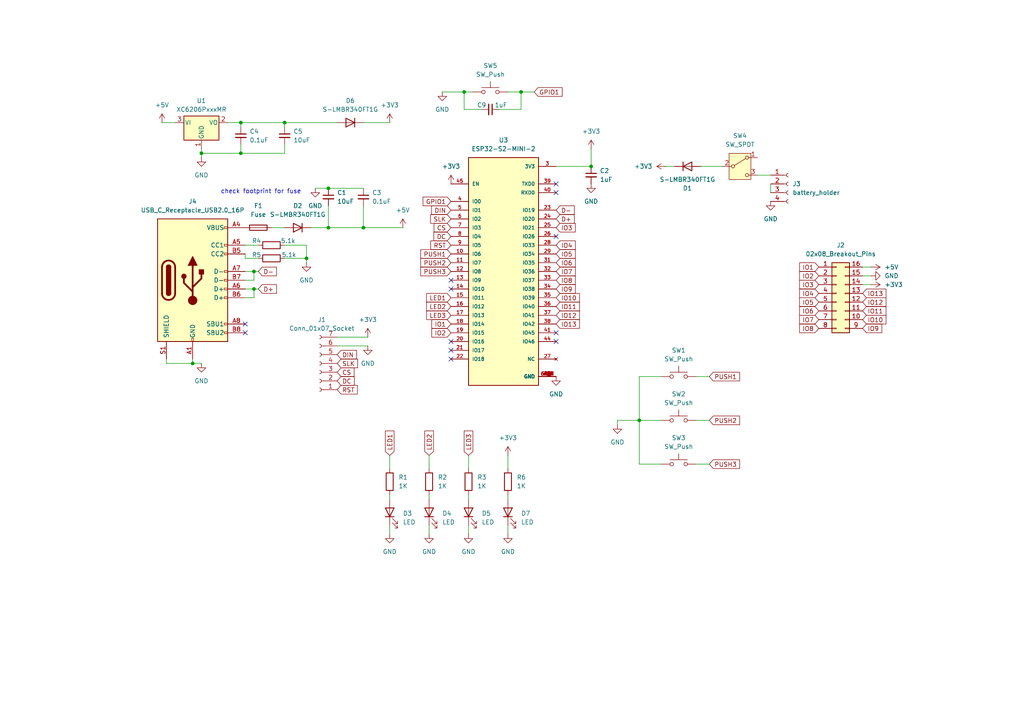
<source format=kicad_sch>
(kicad_sch (version 20231120) (generator "eeschema") (generator_version "8.0")
  (paper "A4")
  (lib_symbols
    (symbol "Connector:Conn_01x04_Socket" (pin_names (offset 1.016) hide)
      (property "Reference" "J" (at 0 5.08 0))
      (property "Value" "Conn_01x04_Socket" (at 0 -7.62 0))
      (symbol "Conn_01x04_Socket_1_1"
        (arc (start 0 -4.572) (mid -0.5058 -5.08) (end 0 -5.588) (stroke (width 0.1524)))
        (arc (start 0 -2.032) (mid -0.5058 -2.54) (end 0 -3.048) (stroke (width 0.1524)))
        (polyline (pts (xy -1.27 -5.08) (xy -0.508 -5.08)) (stroke (width 0.1524)))
        (polyline (pts (xy -1.27 -2.54) (xy -0.508 -2.54)) (stroke (width 0.1524)))
        (polyline (pts (xy -1.27 0) (xy -0.508 0)) (stroke (width 0.1524)))
        (polyline (pts (xy -1.27 2.54) (xy -0.508 2.54)) (stroke (width 0.1524)))
        (arc (start 0 0.508) (mid -0.5058 0) (end 0 -0.508) (stroke (width 0.1524)))
        (arc (start 0 3.048) (mid -0.5058 2.54) (end 0 2.032) (stroke (width 0.1524)))
        (pin passive line (at -5.08 2.54 0) (length 3.81) (name "Pin_1") (number "1"))
        (pin passive line (at -5.08 0 0) (length 3.81) (name "Pin_2") (number "2"))
        (pin passive line (at -5.08 -2.54 0) (length 3.81) (name "Pin_3") (number "3"))
        (pin passive line (at -5.08 -5.08 0) (length 3.81) (name "Pin_4") (number "4"))
      )
    )
    (symbol "Connector:Conn_01x07_Socket" (pin_names (offset 1.016) hide)
      (property "Reference" "J" (at 0 10.16 0))
      (property "Value" "Conn_01x07_Socket" (at 0 -10.16 0))
      (symbol "Conn_01x07_Socket_1_1"
        (arc (start 0 -7.112) (mid -0.5058 -7.62) (end 0 -8.128) (stroke (width 0.1524)))
        (arc (start 0 -4.572) (mid -0.5058 -5.08) (end 0 -5.588) (stroke (width 0.1524)))
        (arc (start 0 -2.032) (mid -0.5058 -2.54) (end 0 -3.048) (stroke (width 0.1524)))
        (polyline (pts (xy -1.27 -7.62) (xy -0.508 -7.62)) (stroke (width 0.1524)))
        (polyline (pts (xy -1.27 -5.08) (xy -0.508 -5.08)) (stroke (width 0.1524)))
        (polyline (pts (xy -1.27 -2.54) (xy -0.508 -2.54)) (stroke (width 0.1524)))
        (polyline (pts (xy -1.27 0) (xy -0.508 0)) (stroke (width 0.1524)))
        (polyline (pts (xy -1.27 2.54) (xy -0.508 2.54)) (stroke (width 0.1524)))
        (polyline (pts (xy -1.27 5.08) (xy -0.508 5.08)) (stroke (width 0.1524)))
        (polyline (pts (xy -1.27 7.62) (xy -0.508 7.62)) (stroke (width 0.1524)))
        (arc (start 0 0.508) (mid -0.5058 0) (end 0 -0.508) (stroke (width 0.1524)))
        (arc (start 0 3.048) (mid -0.5058 2.54) (end 0 2.032) (stroke (width 0.1524)))
        (arc (start 0 5.588) (mid -0.5058 5.08) (end 0 4.572) (stroke (width 0.1524)))
        (arc (start 0 8.128) (mid -0.5058 7.62) (end 0 7.112) (stroke (width 0.1524)))
        (pin passive line (at -5.08 7.62 0) (length 3.81) (name "Pin_1") (number "1"))
        (pin passive line (at -5.08 5.08 0) (length 3.81) (name "Pin_2") (number "2"))
        (pin passive line (at -5.08 2.54 0) (length 3.81) (name "Pin_3") (number "3"))
        (pin passive line (at -5.08 0 0) (length 3.81) (name "Pin_4") (number "4"))
        (pin passive line (at -5.08 -2.54 0) (length 3.81) (name "Pin_5") (number "5"))
        (pin passive line (at -5.08 -5.08 0) (length 3.81) (name "Pin_6") (number "6"))
        (pin passive line (at -5.08 -7.62 0) (length 3.81) (name "Pin_7") (number "7"))
      )
    )
    (symbol "Connector:USB_C_Receptacle_USB2.0_16P" (pin_names (offset 1.016))
      (property "Reference" "J" (at 0 22.225 0))
      (property "Value" "USB_C_Receptacle_USB2.0_16P" (at 0 19.685 0))
      (symbol "USB_C_Receptacle_USB2.0_16P_0_0"
        (rectangle (start -0.254 -17.78) (end 0.254 -16.764))
        (rectangle (start 10.16 -14.986) (end 9.144 -15.494))
        (rectangle (start 10.16 -12.446) (end 9.144 -12.954))
        (rectangle (start 10.16 -4.826) (end 9.144 -5.334))
        (rectangle (start 10.16 -2.286) (end 9.144 -2.794))
        (rectangle (start 10.16 0.254) (end 9.144 -0.254))
        (rectangle (start 10.16 2.794) (end 9.144 2.286))
        (rectangle (start 10.16 7.874) (end 9.144 7.366))
        (rectangle (start 10.16 10.414) (end 9.144 9.906))
        (rectangle (start 10.16 15.494) (end 9.144 14.986))
      )
      (symbol "USB_C_Receptacle_USB2.0_16P_0_1"
        (rectangle (start -10.16 17.78) (end 10.16 -17.78) (stroke (width 0.254)) (fill (type background)))
        (arc (start -8.89 -3.81) (mid -6.985 -5.7067) (end -5.08 -3.81) (stroke (width 0.508)))
        (arc (start -7.62 -3.81) (mid -6.985 -4.4423) (end -6.35 -3.81) (stroke (width 0.254)))
        (arc (start -7.62 -3.81) (mid -6.985 -4.4423) (end -6.35 -3.81) (stroke (width 0.254)) (fill (type outline)))
        (rectangle (start -7.62 -3.81) (end -6.35 3.81) (stroke (width 0.254)) (fill (type outline)))
        (arc (start -6.35 3.81) (mid -6.985 4.4423) (end -7.62 3.81) (stroke (width 0.254)))
        (arc (start -6.35 3.81) (mid -6.985 4.4423) (end -7.62 3.81) (stroke (width 0.254)) (fill (type outline)))
        (arc (start -5.08 3.81) (mid -6.985 5.7067) (end -8.89 3.81) (stroke (width 0.508)))
        (circle (center -2.54 1.143) (radius 0.635) (stroke (width 0.254)) (fill (type outline)))
        (circle (center 0 -5.842) (radius 1.27) (fill (type outline)))
        (polyline (pts (xy -8.89 -3.81) (xy -8.89 3.81)) (stroke (width 0.508)))
        (polyline (pts (xy -5.08 3.81) (xy -5.08 -3.81)) (stroke (width 0.508)))
        (polyline (pts (xy 0 -5.842) (xy 0 4.318)) (stroke (width 0.508)))
        (polyline (pts (xy 0 -3.302) (xy -2.54 -0.762) (xy -2.54 0.508)) (stroke (width 0.508)))
        (polyline (pts (xy 0 -2.032) (xy 2.54 0.508) (xy 2.54 1.778)) (stroke (width 0.508)))
        (polyline (pts (xy -1.27 4.318) (xy 0 6.858) (xy 1.27 4.318) (xy -1.27 4.318)) (stroke (width 0.254)) (fill (type outline)))
        (rectangle (start 1.905 1.778) (end 3.175 3.048) (stroke (width 0.254)) (fill (type outline)))
      )
      (symbol "USB_C_Receptacle_USB2.0_16P_1_1"
        (pin passive line (at 0 -22.86 90) (length 5.08) (name "GND") (number "A1"))
        (pin passive line (at 0 -22.86 90) (length 5.08) hide (name "GND") (number "A12"))
        (pin passive line (at 15.24 15.24 180) (length 5.08) (name "VBUS") (number "A4"))
        (pin bidirectional line (at 15.24 10.16 180) (length 5.08) (name "CC1") (number "A5"))
        (pin bidirectional line (at 15.24 -2.54 180) (length 5.08) (name "D+") (number "A6"))
        (pin bidirectional line (at 15.24 2.54 180) (length 5.08) (name "D-") (number "A7"))
        (pin bidirectional line (at 15.24 -12.7 180) (length 5.08) (name "SBU1") (number "A8"))
        (pin passive line (at 15.24 15.24 180) (length 5.08) hide (name "VBUS") (number "A9"))
        (pin passive line (at 0 -22.86 90) (length 5.08) hide (name "GND") (number "B1"))
        (pin passive line (at 0 -22.86 90) (length 5.08) hide (name "GND") (number "B12"))
        (pin passive line (at 15.24 15.24 180) (length 5.08) hide (name "VBUS") (number "B4"))
        (pin bidirectional line (at 15.24 7.62 180) (length 5.08) (name "CC2") (number "B5"))
        (pin bidirectional line (at 15.24 -5.08 180) (length 5.08) (name "D+") (number "B6"))
        (pin bidirectional line (at 15.24 0 180) (length 5.08) (name "D-") (number "B7"))
        (pin bidirectional line (at 15.24 -15.24 180) (length 5.08) (name "SBU2") (number "B8"))
        (pin passive line (at 15.24 15.24 180) (length 5.08) hide (name "VBUS") (number "B9"))
        (pin passive line (at -7.62 -22.86 90) (length 5.08) (name "SHIELD") (number "S1"))
      )
    )
    (symbol "Connector_Generic:Conn_02x08_Counter_Clockwise" (pin_names (offset 1.016) hide)
      (property "Reference" "J" (at 1.27 10.16 0))
      (property "Value" "Conn_02x08_Counter_Clockwise" (at 1.27 -12.7 0))
      (symbol "Conn_02x08_Counter_Clockwise_1_1"
        (rectangle (start -1.27 -10.033) (end 0 -10.287) (stroke (width 0.1524)))
        (rectangle (start -1.27 -7.493) (end 0 -7.747) (stroke (width 0.1524)))
        (rectangle (start -1.27 -4.953) (end 0 -5.207) (stroke (width 0.1524)))
        (rectangle (start -1.27 -2.413) (end 0 -2.667) (stroke (width 0.1524)))
        (rectangle (start -1.27 0.127) (end 0 -0.127) (stroke (width 0.1524)))
        (rectangle (start -1.27 2.667) (end 0 2.413) (stroke (width 0.1524)))
        (rectangle (start -1.27 5.207) (end 0 4.953) (stroke (width 0.1524)))
        (rectangle (start -1.27 7.747) (end 0 7.493) (stroke (width 0.1524)))
        (rectangle (start -1.27 8.89) (end 3.81 -11.43) (stroke (width 0.254)) (fill (type background)))
        (rectangle (start 3.81 -10.033) (end 2.54 -10.287) (stroke (width 0.1524)))
        (rectangle (start 3.81 -7.493) (end 2.54 -7.747) (stroke (width 0.1524)))
        (rectangle (start 3.81 -4.953) (end 2.54 -5.207) (stroke (width 0.1524)))
        (rectangle (start 3.81 -2.413) (end 2.54 -2.667) (stroke (width 0.1524)))
        (rectangle (start 3.81 0.127) (end 2.54 -0.127) (stroke (width 0.1524)))
        (rectangle (start 3.81 2.667) (end 2.54 2.413) (stroke (width 0.1524)))
        (rectangle (start 3.81 5.207) (end 2.54 4.953) (stroke (width 0.1524)))
        (rectangle (start 3.81 7.747) (end 2.54 7.493) (stroke (width 0.1524)))
        (pin passive line (at -5.08 7.62 0) (length 3.81) (name "Pin_1") (number "1"))
        (pin passive line (at 7.62 -7.62 180) (length 3.81) (name "Pin_10") (number "10"))
        (pin passive line (at 7.62 -5.08 180) (length 3.81) (name "Pin_11") (number "11"))
        (pin passive line (at 7.62 -2.54 180) (length 3.81) (name "Pin_12") (number "12"))
        (pin passive line (at 7.62 0 180) (length 3.81) (name "Pin_13") (number "13"))
        (pin passive line (at 7.62 2.54 180) (length 3.81) (name "Pin_14") (number "14"))
        (pin passive line (at 7.62 5.08 180) (length 3.81) (name "Pin_15") (number "15"))
        (pin passive line (at 7.62 7.62 180) (length 3.81) (name "Pin_16") (number "16"))
        (pin passive line (at -5.08 5.08 0) (length 3.81) (name "Pin_2") (number "2"))
        (pin passive line (at -5.08 2.54 0) (length 3.81) (name "Pin_3") (number "3"))
        (pin passive line (at -5.08 0 0) (length 3.81) (name "Pin_4") (number "4"))
        (pin passive line (at -5.08 -2.54 0) (length 3.81) (name "Pin_5") (number "5"))
        (pin passive line (at -5.08 -5.08 0) (length 3.81) (name "Pin_6") (number "6"))
        (pin passive line (at -5.08 -7.62 0) (length 3.81) (name "Pin_7") (number "7"))
        (pin passive line (at -5.08 -10.16 0) (length 3.81) (name "Pin_8") (number "8"))
        (pin passive line (at 7.62 -10.16 180) (length 3.81) (name "Pin_9") (number "9"))
      )
    )
    (symbol "Device:C_Small" (pin_numbers hide) (pin_names (offset 0.254) hide)
      (property "Reference" "C" (at 0.254 1.778 0))
      (property "Value" "C_Small" (at 0.254 -2.032 0))
      (symbol "C_Small_0_1"
        (polyline (pts (xy -1.524 -0.508) (xy 1.524 -0.508)) (stroke (width 0.3302)))
        (polyline (pts (xy -1.524 0.508) (xy 1.524 0.508)) (stroke (width 0.3048)))
      )
      (symbol "C_Small_1_1"
        (pin passive line (at 0 2.54 270) (length 2.032) (name "~") (number "1"))
        (pin passive line (at 0 -2.54 90) (length 2.032) (name "~") (number "2"))
      )
    )
    (symbol "Device:D" (pin_numbers hide) (pin_names (offset 1.016) hide)
      (property "Reference" "D" (at 0 2.54 0))
      (property "Value" "D" (at 0 -2.54 0))
      (symbol "D_0_1"
        (polyline (pts (xy -1.27 1.27) (xy -1.27 -1.27)) (stroke (width 0.254)))
        (polyline (pts (xy 1.27 0) (xy -1.27 0)))
        (polyline (pts (xy 1.27 1.27) (xy 1.27 -1.27) (xy -1.27 0) (xy 1.27 1.27)) (stroke (width 0.254)))
      )
      (symbol "D_1_1"
        (pin passive line (at -3.81 0 0) (length 2.54) (name "K") (number "1"))
        (pin passive line (at 3.81 0 180) (length 2.54) (name "A") (number "2"))
      )
    )
    (symbol "Device:Fuse" (pin_numbers hide) (pin_names (offset 0))
      (property "Reference" "F" (at 2.032 0 90))
      (property "Value" "Fuse" (at -1.905 0 90))
      (symbol "Fuse_0_1"
        (rectangle (start -0.762 -2.54) (end 0.762 2.54) (stroke (width 0.254)))
        (polyline (pts (xy 0 2.54) (xy 0 -2.54)))
      )
      (symbol "Fuse_1_1"
        (pin passive line (at 0 3.81 270) (length 1.27) (name "~") (number "1"))
        (pin passive line (at 0 -3.81 90) (length 1.27) (name "~") (number "2"))
      )
    )
    (symbol "Device:LED" (pin_numbers hide) (pin_names (offset 1.016) hide)
      (property "Reference" "D" (at 0 2.54 0))
      (property "Value" "LED" (at 0 -2.54 0))
      (symbol "LED_0_1"
        (polyline (pts (xy -1.27 -1.27) (xy -1.27 1.27)) (stroke (width 0.254)))
        (polyline (pts (xy -1.27 0) (xy 1.27 0)))
        (polyline (pts (xy 1.27 -1.27) (xy 1.27 1.27) (xy -1.27 0) (xy 1.27 -1.27)) (stroke (width 0.254)))
        (polyline (pts (xy -3.048 -0.762) (xy -4.572 -2.286) (xy -3.81 -2.286) (xy -4.572 -2.286) (xy -4.572 -1.524)))
        (polyline (pts (xy -1.778 -0.762) (xy -3.302 -2.286) (xy -2.54 -2.286) (xy -3.302 -2.286) (xy -3.302 -1.524)))
      )
      (symbol "LED_1_1"
        (pin passive line (at -3.81 0 0) (length 2.54) (name "K") (number "1"))
        (pin passive line (at 3.81 0 180) (length 2.54) (name "A") (number "2"))
      )
    )
    (symbol "Device:R" (pin_numbers hide) (pin_names (offset 0))
      (property "Reference" "R" (at 2.032 0 90))
      (property "Value" "R" (at 0 0 90))
      (symbol "R_0_1"
        (rectangle (start -1.016 -2.54) (end 1.016 2.54) (stroke (width 0.254)))
      )
      (symbol "R_1_1"
        (pin passive line (at 0 3.81 270) (length 1.27) (name "~") (number "1"))
        (pin passive line (at 0 -3.81 90) (length 1.27) (name "~") (number "2"))
      )
    )
    (symbol "ESP32-S2-MINI-1:ESP32-S2-MINI-1" (pin_names (offset 1.016))
      (property "Reference" "U" (at -10.16 33.909 0))
      (property "Value" "ESP32-S2-MINI-1" (at -10.16 -35.56 0))
      (symbol "ESP32-S2-MINI-1_0_0"
        (rectangle (start -10.16 -33.02) (end 10.16 33.02) (stroke (width 0.254)) (fill (type background)))
        (pin power_in line (at 15.24 -30.48 180) (length 5.08) (name "GND") (number "1"))
        (pin bidirectional line (at -15.24 5.08 0) (length 5.08) (name "IO6") (number "10"))
        (pin bidirectional line (at -15.24 2.54 0) (length 5.08) (name "IO7") (number "11"))
        (pin bidirectional line (at -15.24 0 0) (length 5.08) (name "IO8") (number "12"))
        (pin bidirectional line (at -15.24 -2.54 0) (length 5.08) (name "IO9") (number "13"))
        (pin bidirectional line (at -15.24 -5.08 0) (length 5.08) (name "IO10") (number "14"))
        (pin bidirectional line (at -15.24 -7.62 0) (length 5.08) (name "IO11") (number "15"))
        (pin bidirectional line (at -15.24 -10.16 0) (length 5.08) (name "IO12") (number "16"))
        (pin bidirectional line (at -15.24 -12.7 0) (length 5.08) (name "IO13") (number "17"))
        (pin bidirectional line (at -15.24 -15.24 0) (length 5.08) (name "IO14") (number "18"))
        (pin bidirectional line (at -15.24 -17.78 0) (length 5.08) (name "IO15") (number "19"))
        (pin power_in line (at 15.24 -30.48 180) (length 5.08) (name "GND") (number "2"))
        (pin bidirectional line (at -15.24 -20.32 0) (length 5.08) (name "IO16") (number "20"))
        (pin bidirectional line (at -15.24 -22.86 0) (length 5.08) (name "IO17") (number "21"))
        (pin bidirectional line (at -15.24 -25.4 0) (length 5.08) (name "IO18") (number "22"))
        (pin bidirectional line (at 15.24 17.78 180) (length 5.08) (name "IO19") (number "23"))
        (pin bidirectional line (at 15.24 15.24 180) (length 5.08) (name "IO20") (number "24"))
        (pin bidirectional line (at 15.24 12.7 180) (length 5.08) (name "IO21") (number "25"))
        (pin bidirectional line (at 15.24 10.16 180) (length 5.08) (name "IO26") (number "26"))
        (pin no_connect line (at 15.24 -25.4 180) (length 5.08) (name "NC") (number "27"))
        (pin bidirectional line (at 15.24 7.62 180) (length 5.08) (name "IO33") (number "28"))
        (pin bidirectional line (at 15.24 5.08 180) (length 5.08) (name "IO34") (number "29"))
        (pin power_in line (at 15.24 30.48 180) (length 5.08) (name "3V3") (number "3"))
        (pin power_in line (at 15.24 -30.48 180) (length 5.08) (name "GND") (number "30"))
        (pin bidirectional line (at 15.24 2.54 180) (length 5.08) (name "IO35") (number "31"))
        (pin bidirectional line (at 15.24 0 180) (length 5.08) (name "IO36") (number "32"))
        (pin bidirectional line (at 15.24 -2.54 180) (length 5.08) (name "IO37") (number "33"))
        (pin bidirectional line (at 15.24 -5.08 180) (length 5.08) (name "IO38") (number "34"))
        (pin bidirectional line (at 15.24 -7.62 180) (length 5.08) (name "IO39") (number "35"))
        (pin bidirectional line (at 15.24 -10.16 180) (length 5.08) (name "IO40") (number "36"))
        (pin bidirectional line (at 15.24 -12.7 180) (length 5.08) (name "IO41") (number "37"))
        (pin bidirectional line (at 15.24 -15.24 180) (length 5.08) (name "IO42") (number "38"))
        (pin bidirectional line (at 15.24 25.4 180) (length 5.08) (name "TXD0") (number "39"))
        (pin bidirectional line (at -15.24 20.32 0) (length 5.08) (name "IO0") (number "4"))
        (pin bidirectional line (at 15.24 22.86 180) (length 5.08) (name "RXD0") (number "40"))
        (pin bidirectional line (at 15.24 -17.78 180) (length 5.08) (name "IO45") (number "41"))
        (pin power_in line (at 15.24 -30.48 180) (length 5.08) (name "GND") (number "42"))
        (pin power_in line (at 15.24 -30.48 180) (length 5.08) (name "GND") (number "43"))
        (pin input line (at 15.24 -20.32 180) (length 5.08) (name "IO46") (number "44"))
        (pin input line (at -15.24 25.4 0) (length 5.08) (name "EN") (number "45"))
        (pin power_in line (at 15.24 -30.48 180) (length 5.08) (name "GND") (number "46"))
        (pin power_in line (at 15.24 -30.48 180) (length 5.08) (name "GND") (number "47"))
        (pin power_in line (at 15.24 -30.48 180) (length 5.08) (name "GND") (number "48"))
        (pin power_in line (at 15.24 -30.48 180) (length 5.08) (name "GND") (number "49"))
        (pin bidirectional line (at -15.24 17.78 0) (length 5.08) (name "IO1") (number "5"))
        (pin power_in line (at 15.24 -30.48 180) (length 5.08) (name "GND") (number "50"))
        (pin power_in line (at 15.24 -30.48 180) (length 5.08) (name "GND") (number "51"))
        (pin power_in line (at 15.24 -30.48 180) (length 5.08) (name "GND") (number "52"))
        (pin power_in line (at 15.24 -30.48 180) (length 5.08) (name "GND") (number "53"))
        (pin power_in line (at 15.24 -30.48 180) (length 5.08) (name "GND") (number "54"))
        (pin power_in line (at 15.24 -30.48 180) (length 5.08) (name "GND") (number "55"))
        (pin power_in line (at 15.24 -30.48 180) (length 5.08) (name "GND") (number "56"))
        (pin power_in line (at 15.24 -30.48 180) (length 5.08) (name "GND") (number "57"))
        (pin power_in line (at 15.24 -30.48 180) (length 5.08) (name "GND") (number "58"))
        (pin power_in line (at 15.24 -30.48 180) (length 5.08) (name "GND") (number "59"))
        (pin bidirectional line (at -15.24 15.24 0) (length 5.08) (name "IO2") (number "6"))
        (pin power_in line (at 15.24 -30.48 180) (length 5.08) (name "GND") (number "60"))
        (pin power_in line (at 15.24 -30.48 180) (length 5.08) (name "GND") (number "61"))
        (pin power_in line (at 15.24 -30.48 180) (length 5.08) (name "GND") (number "61_1"))
        (pin power_in line (at 15.24 -30.48 180) (length 5.08) (name "GND") (number "61_2"))
        (pin power_in line (at 15.24 -30.48 180) (length 5.08) (name "GND") (number "61_3"))
        (pin power_in line (at 15.24 -30.48 180) (length 5.08) (name "GND") (number "61_4"))
        (pin power_in line (at 15.24 -30.48 180) (length 5.08) (name "GND") (number "61_5"))
        (pin power_in line (at 15.24 -30.48 180) (length 5.08) (name "GND") (number "61_6"))
        (pin power_in line (at 15.24 -30.48 180) (length 5.08) (name "GND") (number "61_7"))
        (pin power_in line (at 15.24 -30.48 180) (length 5.08) (name "GND") (number "61_8"))
        (pin power_in line (at 15.24 -30.48 180) (length 5.08) (name "GND") (number "62"))
        (pin power_in line (at 15.24 -30.48 180) (length 5.08) (name "GND") (number "63"))
        (pin power_in line (at 15.24 -30.48 180) (length 5.08) (name "GND") (number "64"))
        (pin power_in line (at 15.24 -30.48 180) (length 5.08) (name "GND") (number "65"))
        (pin bidirectional line (at -15.24 12.7 0) (length 5.08) (name "IO3") (number "7"))
        (pin bidirectional line (at -15.24 10.16 0) (length 5.08) (name "IO4") (number "8"))
        (pin bidirectional line (at -15.24 7.62 0) (length 5.08) (name "IO5") (number "9"))
      )
    )
    (symbol "Regulator_Linear:XC6206PxxxMR" (pin_names (offset 0.254))
      (property "Reference" "U" (at -3.81 3.175 0))
      (property "Value" "XC6206PxxxMR" (at 0 3.175 0))
      (symbol "XC6206PxxxMR_0_1"
        (rectangle (start -5.08 1.905) (end 5.08 -5.08) (stroke (width 0.254)) (fill (type background)))
      )
      (symbol "XC6206PxxxMR_1_1"
        (pin power_in line (at 0 -7.62 90) (length 2.54) (name "GND") (number "1"))
        (pin power_out line (at 7.62 0 180) (length 2.54) (name "VO") (number "2"))
        (pin power_in line (at -7.62 0 0) (length 2.54) (name "VI") (number "3"))
      )
    )
    (symbol "Switch:SW_Push" (pin_numbers hide) (pin_names (offset 1.016) hide)
      (property "Reference" "SW" (at 1.27 2.54 0))
      (property "Value" "SW_Push" (at 0 -1.524 0))
      (symbol "SW_Push_0_1"
        (circle (center -2.032 0) (radius 0.508))
        (polyline (pts (xy 0 1.27) (xy 0 3.048)))
        (polyline (pts (xy 2.54 1.27) (xy -2.54 1.27)))
        (circle (center 2.032 0) (radius 0.508))
        (pin passive line (at -5.08 0 0) (length 2.54) (name "1") (number "1"))
        (pin passive line (at 5.08 0 180) (length 2.54) (name "2") (number "2"))
      )
    )
    (symbol "Switch:SW_SPDT" (pin_names (offset 0) hide)
      (property "Reference" "SW" (at 0 5.08 0))
      (property "Value" "SW_SPDT" (at 0 -5.08 0))
      (symbol "SW_SPDT_0_1"
        (circle (center -2.032 0) (radius 0.4572))
        (polyline (pts (xy -1.651 0.254) (xy 1.651 2.286)))
        (circle (center 2.032 -2.54) (radius 0.4572))
        (circle (center 2.032 2.54) (radius 0.4572))
      )
      (symbol "SW_SPDT_1_1"
        (rectangle (start -3.175 3.81) (end 3.175 -3.81) (fill (type background)))
        (pin passive line (at 5.08 2.54 180) (length 2.54) (name "A") (number "1"))
        (pin passive line (at -5.08 0 0) (length 2.54) (name "B") (number "2"))
        (pin passive line (at 5.08 -2.54 180) (length 2.54) (name "C") (number "3"))
      )
    )
    (symbol "power:+3V3" (power) (pin_numbers hide) (pin_names (offset 0) hide)
      (property "Value" "+3V3" (at 0 3.556 0))
      (symbol "+3V3_0_1"
        (polyline (pts (xy -0.762 1.27) (xy 0 2.54)))
        (polyline (pts (xy 0 0) (xy 0 2.54)))
        (polyline (pts (xy 0 2.54) (xy 0.762 1.27)))
      )
      (symbol "+3V3_1_1"
        (pin power_in line (at 0 0 90) (length 0) (name "~") (number "1"))
      )
    )
    (symbol "power:+5V" (power) (pin_numbers hide) (pin_names (offset 0) hide)
      (property "Value" "+5V" (at 0 3.556 0))
      (symbol "+5V_0_1"
        (polyline (pts (xy -0.762 1.27) (xy 0 2.54)))
        (polyline (pts (xy 0 0) (xy 0 2.54)))
        (polyline (pts (xy 0 2.54) (xy 0.762 1.27)))
      )
      (symbol "+5V_1_1"
        (pin power_in line (at 0 0 90) (length 0) (name "~") (number "1"))
      )
    )
    (symbol "power:GND" (power) (pin_numbers hide) (pin_names (offset 0) hide)
      (property "Value" "GND" (at 0 -3.81 0))
      (symbol "GND_0_1"
        (polyline (pts (xy 0 0) (xy 0 -1.27) (xy 1.27 -1.27) (xy 0 -2.54) (xy -1.27 -1.27) (xy 0 -1.27)))
      )
      (symbol "GND_1_1"
        (pin power_in line (at 0 0 270) (length 0) (name "~") (number "1"))
      )
    )
  )
  (junction (at 88.9 74.93))
  (junction (at 95.25 66.04))
  (junction (at 69.85 44.45))
  (junction (at 55.88 105.41))
  (junction (at 73.66 83.82))
  (junction (at 134.62 26.67))
  (junction (at 185.42 121.92))
  (junction (at 151.13 26.67))
  (junction (at 73.66 78.74))
  (junction (at 69.85 35.56))
  (junction (at 95.25 54.61))
  (junction (at 105.41 66.04))
  (junction (at 82.55 35.56))
  (junction (at 58.42 44.45))
  (junction (at 171.45 48.26))
  (no_connect (at 161.29 53.34))
  (no_connect (at 130.81 83.82))
  (no_connect (at 130.81 101.6))
  (no_connect (at 71.12 93.98))
  (no_connect (at 161.29 96.52))
  (no_connect (at 71.12 96.52))
  (no_connect (at 161.29 99.06))
  (no_connect (at 161.29 55.88))
  (no_connect (at 130.81 81.28))
  (no_connect (at 130.81 104.14))
  (no_connect (at 161.29 68.58))
  (no_connect (at 130.81 99.06))
  (wire (pts (xy 58.42 44.45) (xy 58.42 43.18)))
  (wire (pts (xy 71.12 81.28) (xy 73.66 81.28)))
  (wire (pts (xy 82.55 74.93) (xy 88.9 74.93)))
  (wire (pts (xy 128.27 26.67) (xy 134.62 26.67)))
  (wire (pts (xy 95.25 66.04) (xy 95.25 59.69)))
  (wire (pts (xy 185.42 134.62) (xy 191.77 134.62)))
  (wire (pts (xy 105.41 66.04) (xy 116.84 66.04)))
  (wire (pts (xy 97.79 100.33) (xy 106.68 100.33)))
  (wire (pts (xy 71.12 71.12) (xy 74.93 71.12)))
  (wire (pts (xy 82.55 44.45) (xy 82.55 41.91)))
  (wire (pts (xy 134.62 26.67) (xy 137.16 26.67)))
  (wire (pts (xy 250.19 82.55) (xy 252.73 82.55)))
  (wire (pts (xy 58.42 45.72) (xy 58.42 44.45)))
  (wire (pts (xy 97.79 97.79) (xy 106.68 97.79)))
  (wire (pts (xy 185.42 109.22) (xy 191.77 109.22)))
  (wire (pts (xy 90.17 66.04) (xy 95.25 66.04)))
  (wire (pts (xy 71.12 74.93) (xy 74.93 74.93)))
  (wire (pts (xy 73.66 78.74) (xy 74.93 78.74)))
  (wire (pts (xy 48.26 104.14) (xy 48.26 105.41)))
  (wire (pts (xy 55.88 104.14) (xy 55.88 105.41)))
  (wire (pts (xy 69.85 35.56) (xy 82.55 35.56)))
  (wire (pts (xy 88.9 76.2) (xy 88.9 74.93)))
  (wire (pts (xy 113.03 132.08) (xy 113.03 135.89)))
  (wire (pts (xy 82.55 36.83) (xy 82.55 35.56)))
  (wire (pts (xy 179.07 121.92) (xy 179.07 123.19)))
  (wire (pts (xy 73.66 86.36) (xy 73.66 83.82)))
  (wire (pts (xy 250.19 80.01) (xy 252.73 80.01)))
  (wire (pts (xy 91.44 54.61) (xy 95.25 54.61)))
  (wire (pts (xy 201.93 121.92) (xy 205.74 121.92)))
  (wire (pts (xy 135.89 143.51) (xy 135.89 144.78)))
  (wire (pts (xy 82.55 71.12) (xy 88.9 71.12)))
  (wire (pts (xy 219.71 50.8) (xy 223.52 50.8)))
  (wire (pts (xy 55.88 105.41) (xy 58.42 105.41)))
  (wire (pts (xy 144.78 31.75) (xy 151.13 31.75)))
  (wire (pts (xy 46.99 35.56) (xy 50.8 35.56)))
  (wire (pts (xy 71.12 83.82) (xy 73.66 83.82)))
  (wire (pts (xy 185.42 109.22) (xy 185.42 121.92)))
  (wire (pts (xy 69.85 36.83) (xy 69.85 35.56)))
  (wire (pts (xy 185.42 121.92) (xy 185.42 134.62)))
  (wire (pts (xy 73.66 83.82) (xy 74.93 83.82)))
  (wire (pts (xy 151.13 26.67) (xy 154.94 26.67)))
  (wire (pts (xy 82.55 35.56) (xy 97.79 35.56)))
  (wire (pts (xy 193.04 48.26) (xy 195.58 48.26)))
  (wire (pts (xy 69.85 44.45) (xy 82.55 44.45)))
  (wire (pts (xy 179.07 121.92) (xy 185.42 121.92)))
  (wire (pts (xy 113.03 143.51) (xy 113.03 144.78)))
  (wire (pts (xy 124.46 143.51) (xy 124.46 144.78)))
  (wire (pts (xy 223.52 53.34) (xy 223.52 55.88)))
  (wire (pts (xy 105.41 35.56) (xy 113.03 35.56)))
  (wire (pts (xy 134.62 26.67) (xy 134.62 31.75)))
  (wire (pts (xy 113.03 152.4) (xy 113.03 154.94)))
  (wire (pts (xy 147.32 132.08) (xy 147.32 135.89)))
  (wire (pts (xy 161.29 48.26) (xy 171.45 48.26)))
  (wire (pts (xy 124.46 132.08) (xy 124.46 135.89)))
  (wire (pts (xy 151.13 31.75) (xy 151.13 26.67)))
  (wire (pts (xy 124.46 152.4) (xy 124.46 154.94)))
  (wire (pts (xy 88.9 71.12) (xy 88.9 74.93)))
  (wire (pts (xy 73.66 81.28) (xy 73.66 78.74)))
  (wire (pts (xy 171.45 43.18) (xy 171.45 48.26)))
  (wire (pts (xy 147.32 152.4) (xy 147.32 154.94)))
  (wire (pts (xy 135.89 132.08) (xy 135.89 135.89)))
  (wire (pts (xy 69.85 44.45) (xy 69.85 41.91)))
  (wire (pts (xy 203.2 48.26) (xy 209.55 48.26)))
  (wire (pts (xy 147.32 143.51) (xy 147.32 144.78)))
  (wire (pts (xy 95.25 66.04) (xy 105.41 66.04)))
  (wire (pts (xy 58.42 44.45) (xy 69.85 44.45)))
  (wire (pts (xy 66.04 35.56) (xy 69.85 35.56)))
  (wire (pts (xy 135.89 152.4) (xy 135.89 154.94)))
  (wire (pts (xy 95.25 54.61) (xy 105.41 54.61)))
  (wire (pts (xy 71.12 86.36) (xy 73.66 86.36)))
  (wire (pts (xy 134.62 31.75) (xy 139.7 31.75)))
  (wire (pts (xy 105.41 66.04) (xy 105.41 59.69)))
  (wire (pts (xy 71.12 74.93) (xy 71.12 73.66)))
  (wire (pts (xy 147.32 26.67) (xy 151.13 26.67)))
  (wire (pts (xy 71.12 78.74) (xy 73.66 78.74)))
  (wire (pts (xy 201.93 134.62) (xy 205.74 134.62)))
  (wire (pts (xy 78.74 66.04) (xy 82.55 66.04)))
  (wire (pts (xy 252.73 77.47) (xy 250.19 77.47)))
  (wire (pts (xy 185.42 121.92) (xy 191.77 121.92)))
  (wire (pts (xy 48.26 105.41) (xy 55.88 105.41)))
  (wire (pts (xy 201.93 109.22) (xy 205.74 109.22)))
  (text "check footprint for fuse" (at 75.692 55.626 0) (effects (font (size 1.27 1.27))))
  (global_label "PUSH2" (shape input) (at 130.81 76.2 180) (property "Intersheetrefs" "${INTERSHEET_REFS}" (effects (hide yes))))
  (global_label "IO1" (shape input) (at 130.81 93.98 180) (property "Intersheetrefs" "${INTERSHEET_REFS}" (effects (hide yes))))
  (global_label "IO2" (shape input) (at 130.81 96.52 180) (property "Intersheetrefs" "${INTERSHEET_REFS}" (effects (hide yes))))
  (global_label "DC" (shape input) (at 130.81 68.58 180) (property "Intersheetrefs" "${INTERSHEET_REFS}" (effects (hide yes))))
  (global_label "IO6" (shape input) (at 237.49 90.17 180) (property "Intersheetrefs" "${INTERSHEET_REFS}" (effects (hide yes))))
  (global_label "PUSH1" (shape input) (at 130.81 73.66 180) (property "Intersheetrefs" "${INTERSHEET_REFS}" (effects (hide yes))))
  (global_label "LED2" (shape input) (at 124.46 132.08 90) (property "Intersheetrefs" "${INTERSHEET_REFS}" (effects (hide yes))))
  (global_label "LED1" (shape input) (at 113.03 132.08 90) (property "Intersheetrefs" "${INTERSHEET_REFS}" (effects (hide yes))))
  (global_label "D-" (shape input) (at 161.29 60.96 0) (property "Intersheetrefs" "${INTERSHEET_REFS}" (effects (hide yes))))
  (global_label "PUSH3" (shape input) (at 205.74 134.62 0) (property "Intersheetrefs" "${INTERSHEET_REFS}" (effects (hide yes))))
  (global_label "D+" (shape input) (at 161.29 63.5 0) (property "Intersheetrefs" "${INTERSHEET_REFS}" (effects (hide yes))))
  (global_label "IO13" (shape input) (at 250.19 85.09 0) (property "Intersheetrefs" "${INTERSHEET_REFS}" (effects (hide yes))))
  (global_label "LED1" (shape input) (at 130.81 86.36 180) (property "Intersheetrefs" "${INTERSHEET_REFS}" (effects (hide yes))))
  (global_label "PUSH1" (shape input) (at 205.74 109.22 0) (property "Intersheetrefs" "${INTERSHEET_REFS}" (effects (hide yes))))
  (global_label "IO4" (shape input) (at 161.29 71.12 0) (property "Intersheetrefs" "${INTERSHEET_REFS}" (effects (hide yes))))
  (global_label "IO11" (shape input) (at 161.29 88.9 0) (property "Intersheetrefs" "${INTERSHEET_REFS}" (effects (hide yes))))
  (global_label "SLK" (shape input) (at 130.81 63.5 180) (property "Intersheetrefs" "${INTERSHEET_REFS}" (effects (hide yes))))
  (global_label "IO8" (shape input) (at 237.49 95.25 180) (property "Intersheetrefs" "${INTERSHEET_REFS}" (effects (hide yes))))
  (global_label "RST" (shape input) (at 130.81 71.12 180) (property "Intersheetrefs" "${INTERSHEET_REFS}" (effects (hide yes))))
  (global_label "IO2" (shape input) (at 237.49 80.01 180) (property "Intersheetrefs" "${INTERSHEET_REFS}" (effects (hide yes))))
  (global_label "LED2" (shape input) (at 130.81 88.9 180) (property "Intersheetrefs" "${INTERSHEET_REFS}" (effects (hide yes))))
  (global_label "CS" (shape input) (at 97.79 107.95 0) (property "Intersheetrefs" "${INTERSHEET_REFS}" (effects (hide yes))))
  (global_label "IO3" (shape input) (at 237.49 82.55 180) (property "Intersheetrefs" "${INTERSHEET_REFS}" (effects (hide yes))))
  (global_label "CS" (shape input) (at 130.81 66.04 180) (property "Intersheetrefs" "${INTERSHEET_REFS}" (effects (hide yes))))
  (global_label "IO5" (shape input) (at 161.29 73.66 0) (property "Intersheetrefs" "${INTERSHEET_REFS}" (effects (hide yes))))
  (global_label "IO13" (shape input) (at 161.29 93.98 0) (property "Intersheetrefs" "${INTERSHEET_REFS}" (effects (hide yes))))
  (global_label "D+" (shape input) (at 74.93 83.82 0) (property "Intersheetrefs" "${INTERSHEET_REFS}" (effects (hide yes))))
  (global_label "IO7" (shape input) (at 161.29 78.74 0) (property "Intersheetrefs" "${INTERSHEET_REFS}" (effects (hide yes))))
  (global_label "LED3" (shape input) (at 130.81 91.44 180) (property "Intersheetrefs" "${INTERSHEET_REFS}" (effects (hide yes))))
  (global_label "IO4" (shape input) (at 237.49 85.09 180) (property "Intersheetrefs" "${INTERSHEET_REFS}" (effects (hide yes))))
  (global_label "IO11" (shape input) (at 250.19 90.17 0) (property "Intersheetrefs" "${INTERSHEET_REFS}" (effects (hide yes))))
  (global_label "IO12" (shape input) (at 250.19 87.63 0) (property "Intersheetrefs" "${INTERSHEET_REFS}" (effects (hide yes))))
  (global_label "PUSH2" (shape input) (at 205.74 121.92 0) (property "Intersheetrefs" "${INTERSHEET_REFS}" (effects (hide yes))))
  (global_label "GPIO1" (shape input) (at 130.81 58.42 180) (property "Intersheetrefs" "${INTERSHEET_REFS}" (effects (hide yes))))
  (global_label "PUSH3" (shape input) (at 130.81 78.74 180) (property "Intersheetrefs" "${INTERSHEET_REFS}" (effects (hide yes))))
  (global_label "LED3" (shape input) (at 135.89 132.08 90) (property "Intersheetrefs" "${INTERSHEET_REFS}" (effects (hide yes))))
  (global_label "RST" (shape input) (at 97.79 113.03 0) (property "Intersheetrefs" "${INTERSHEET_REFS}" (effects (hide yes))))
  (global_label "DC" (shape input) (at 97.79 110.49 0) (property "Intersheetrefs" "${INTERSHEET_REFS}" (effects (hide yes))))
  (global_label "IO8" (shape input) (at 161.29 81.28 0) (property "Intersheetrefs" "${INTERSHEET_REFS}" (effects (hide yes))))
  (global_label "IO9" (shape input) (at 250.19 95.25 0) (property "Intersheetrefs" "${INTERSHEET_REFS}" (effects (hide yes))))
  (global_label "GPIO1" (shape input) (at 154.94 26.67 0) (property "Intersheetrefs" "${INTERSHEET_REFS}" (effects (hide yes))))
  (global_label "IO5" (shape input) (at 237.49 87.63 180) (property "Intersheetrefs" "${INTERSHEET_REFS}" (effects (hide yes))))
  (global_label "IO10" (shape input) (at 250.19 92.71 0) (property "Intersheetrefs" "${INTERSHEET_REFS}" (effects (hide yes))))
  (global_label "IO10" (shape input) (at 161.29 86.36 0) (property "Intersheetrefs" "${INTERSHEET_REFS}" (effects (hide yes))))
  (global_label "IO12" (shape input) (at 161.29 91.44 0) (property "Intersheetrefs" "${INTERSHEET_REFS}" (effects (hide yes))))
  (global_label "D-" (shape input) (at 74.93 78.74 0) (property "Intersheetrefs" "${INTERSHEET_REFS}" (effects (hide yes))))
  (global_label "SLK" (shape input) (at 97.79 105.41 0) (property "Intersheetrefs" "${INTERSHEET_REFS}" (effects (hide yes))))
  (global_label "IO9" (shape input) (at 161.29 83.82 0) (property "Intersheetrefs" "${INTERSHEET_REFS}" (effects (hide yes))))
  (global_label "DIN" (shape input) (at 97.79 102.87 0) (property "Intersheetrefs" "${INTERSHEET_REFS}" (effects (hide yes))))
  (global_label "IO3" (shape input) (at 161.29 66.04 0) (property "Intersheetrefs" "${INTERSHEET_REFS}" (effects (hide yes))))
  (global_label "IO1" (shape input) (at 237.49 77.47 180) (property "Intersheetrefs" "${INTERSHEET_REFS}" (effects (hide yes))))
  (global_label "IO7" (shape input) (at 237.49 92.71 180) (property "Intersheetrefs" "${INTERSHEET_REFS}" (effects (hide yes))))
  (global_label "DIN" (shape input) (at 130.81 60.96 180) (property "Intersheetrefs" "${INTERSHEET_REFS}" (effects (hide yes))))
  (global_label "IO6" (shape input) (at 161.29 76.2 0) (property "Intersheetrefs" "${INTERSHEET_REFS}" (effects (hide yes))))
  (symbol (lib_id "Device:LED") (at 135.89 148.59 90) (unit 1)
    (property "Reference" "D5" (at 139.7 148.9074 90) (effects (justify right)))
    (property "Value" "LED" (at 139.7 151.4474 90) (effects (justify right)))
    (property "Footprint" "LED_SMD:LED_0805_2012Metric" (effects (hide yes)))
    (property "Description" "Light emitting diode" (effects (hide yes)))
  )
  (symbol (lib_id "power:+3V3") (at 252.73 82.55 270) (unit 1)
    (property "Reference" "#PWR01" (effects (hide yes)))
    (property "Value" "+3V3" (at 256.54 82.5499 90) (effects (justify left)))
    (property "Description" "Power symbol creates a global label with name \"+3V3\"" (effects (hide yes)))
  )
  (symbol (lib_id "power:GND") (at 161.29 109.22 0) (unit 1)
    (property "Reference" "#PWR016" (effects (hide yes)))
    (property "Value" "GND" (at 161.29 114.3 0))
    (property "Description" "Power symbol creates a global label with name \"GND\" , ground" (effects (hide yes)))
  )
  (symbol (lib_id "Device:C_Small") (at 105.41 57.15 0) (unit 1)
    (property "Reference" "C3" (at 107.95 55.8862 0) (effects (justify left)))
    (property "Value" "0.1uF" (at 107.95 58.4262 0) (effects (justify left)))
    (property "Footprint" "Capacitor_SMD:C_0805_2012Metric" (effects (hide yes)))
    (property "Description" "Unpolarized capacitor, small symbol" (effects (hide yes)))
    (property "LCSC" "C28378" (effects (hide yes)))
  )
  (symbol (lib_id "power:+3V3") (at 113.03 35.56 0) (unit 1)
    (property "Reference" "#PWR011" (effects (hide yes)))
    (property "Value" "+3V3" (at 113.03 30.48 0))
    (property "Description" "Power symbol creates a global label with name \"+3V3\"" (effects (hide yes)))
  )
  (symbol (lib_id "power:+5V") (at 116.84 66.04 0) (unit 1)
    (property "Reference" "#PWR07" (effects (hide yes)))
    (property "Value" "+5V" (at 116.84 60.96 0))
    (property "Description" "Power symbol creates a global label with name \"+5V\"" (effects (hide yes)))
  )
  (symbol (lib_id "Device:LED") (at 113.03 148.59 90) (unit 1)
    (property "Reference" "D3" (at 116.84 148.9074 90) (effects (justify right)))
    (property "Value" "LED" (at 116.84 151.4474 90) (effects (justify right)))
    (property "Footprint" "LED_SMD:LED_0805_2012Metric" (effects (hide yes)))
    (property "Description" "Light emitting diode" (effects (hide yes)))
  )
  (symbol (lib_id "Connector:USB_C_Receptacle_USB2.0_16P") (at 55.88 81.28 0) (unit 1)
    (property "Reference" "J4" (at 55.88 58.42 0))
    (property "Value" "USB_C_Receptacle_USB2.0_16P" (at 55.88 60.96 0))
    (property "Footprint" "Connector_USB:USB_C_Receptacle_HCTL_HC-TYPE-C-16P-01A" (effects (hide yes)))
    (property "Datasheet" "https://www.usb.org/sites/default/files/documents/usb_type-c.zip" (effects (hide yes)))
    (property "Description" "USB 2.0-only 16P Type-C Receptacle connector" (effects (hide yes)))
    (property "LCSC" "C393939" (effects (hide yes)))
  )
  (symbol (lib_id "Device:D") (at 86.36 66.04 180) (unit 1)
    (property "Reference" "D2" (at 86.36 59.69 0))
    (property "Value" "S-LMBR340FT1G" (at 86.36 62.23 0))
    (property "Footprint" "Diode_SMD:D_0805_2012Metric" (effects (hide yes)))
    (property "Description" "Diode" (effects (hide yes)))
    (property "Sim.Device" "D" (effects (hide yes)))
    (property "Sim.Pins" "1=K 2=A" (effects (hide yes)))
    (property "LCSC" " C2972823" (effects (hide yes)))
  )
  (symbol (lib_id "Device:R") (at 135.89 139.7 0) (unit 1)
    (property "Reference" "R3" (at 138.43 138.4299 0) (effects (justify left)))
    (property "Value" "1K" (at 138.43 140.9699 0) (effects (justify left)))
    (property "Footprint" "Resistor_SMD:R_0805_2012Metric" (effects (hide yes)))
    (property "Description" "Resistor" (effects (hide yes)))
    (property "LCSC" "C17513" (effects (hide yes)))
  )
  (symbol (lib_id "Device:R") (at 78.74 74.93 90) (unit 1)
    (property "Reference" "R5" (at 74.422 73.914 90))
    (property "Value" "5.1k" (at 83.82 73.914 90))
    (property "Footprint" "Resistor_SMD:R_0805_2012Metric" (effects (hide yes)))
    (property "Description" "Resistor" (effects (hide yes)))
    (property "LCSC" "C104375" (effects (hide yes)))
  )
  (symbol (lib_id "power:GND") (at 171.45 53.34 0) (unit 1)
    (property "Reference" "#PWR09" (effects (hide yes)))
    (property "Value" "GND" (at 171.45 58.42 0))
    (property "Description" "Power symbol creates a global label with name \"GND\" , ground" (effects (hide yes)))
  )
  (symbol (lib_id "Device:R") (at 78.74 71.12 90) (unit 1)
    (property "Reference" "R4" (at 74.422 69.85 90))
    (property "Value" "5.1k" (at 83.566 69.85 90))
    (property "Footprint" "Resistor_SMD:R_0805_2012Metric" (effects (hide yes)))
    (property "Description" "Resistor" (effects (hide yes)))
    (property "LCSC" "C104375" (effects (hide yes)))
  )
  (symbol (lib_id "Switch:SW_Push") (at 196.85 121.92 0) (unit 1)
    (property "Reference" "SW2" (at 196.85 114.3 0))
    (property "Value" "SW_Push" (at 196.85 116.84 0))
    (property "Footprint" "Button_Switch_SMD:SW_Push_1P1T_NO_6x6mm_H9.5mm" (effects (hide yes)))
    (property "Description" "Push button switch, generic, two pins" (effects (hide yes)))
    (property "LCSC" "C381038" (effects (hide yes)))
  )
  (symbol (lib_id "power:+5V") (at 46.99 35.56 0) (unit 1)
    (property "Reference" "#PWR08" (effects (hide yes)))
    (property "Value" "+5V" (at 46.99 30.48 0))
    (property "Description" "Power symbol creates a global label with name \"+5V\"" (effects (hide yes)))
  )
  (symbol (lib_id "Device:LED") (at 124.46 148.59 90) (unit 1)
    (property "Reference" "D4" (at 128.27 148.9074 90) (effects (justify right)))
    (property "Value" "LED" (at 128.27 151.4474 90) (effects (justify right)))
    (property "Footprint" "LED_SMD:LED_0805_2012Metric" (effects (hide yes)))
    (property "Description" "Light emitting diode" (effects (hide yes)))
  )
  (symbol (lib_id "power:+5V") (at 252.73 77.47 270) (unit 1)
    (property "Reference" "#PWR010" (effects (hide yes)))
    (property "Value" "+5V" (at 256.54 77.4699 90) (effects (justify left)))
    (property "Description" "Power symbol creates a global label with name \"+5V\"" (effects (hide yes)))
  )
  (symbol (lib_id "power:GND") (at 58.42 105.41 0) (unit 1)
    (property "Reference" "#PWR014" (effects (hide yes)))
    (property "Value" "GND" (at 58.42 110.49 0))
    (property "Description" "Power symbol creates a global label with name \"GND\" , ground" (effects (hide yes)))
  )
  (symbol (lib_id "Device:LED") (at 147.32 148.59 90) (unit 1)
    (property "Reference" "D7" (at 151.13 148.9074 90) (effects (justify right)))
    (property "Value" "LED" (at 151.13 151.4474 90) (effects (justify right)))
    (property "Footprint" "LED_SMD:LED_0805_2012Metric" (effects (hide yes)))
    (property "Description" "Light emitting diode" (effects (hide yes)))
  )
  (symbol (lib_id "power:GND") (at 58.42 45.72 0) (unit 1)
    (property "Reference" "#PWR015" (effects (hide yes)))
    (property "Value" "GND" (at 58.42 50.8 0))
    (property "Description" "Power symbol creates a global label with name \"GND\" , ground" (effects (hide yes)))
  )
  (symbol (lib_id "power:GND") (at 179.07 123.19 0) (unit 1)
    (property "Reference" "#PWR05" (effects (hide yes)))
    (property "Value" "GND" (at 179.07 128.27 0))
    (property "Description" "Power symbol creates a global label with name \"GND\" , ground" (effects (hide yes)))
  )
  (symbol (lib_id "power:GND") (at 91.44 54.61 0) (unit 1)
    (property "Reference" "#PWR04" (effects (hide yes)))
    (property "Value" "GND" (at 91.44 59.69 0))
    (property "Description" "Power symbol creates a global label with name \"GND\" , ground" (effects (hide yes)))
  )
  (symbol (lib_id "Device:C_Small") (at 95.25 57.15 0) (unit 1)
    (property "Reference" "C1" (at 97.79 55.8862 0) (effects (justify left)))
    (property "Value" "10uF" (at 97.79 58.4262 0) (effects (justify left)))
    (property "Footprint" "Capacitor_SMD:C_0805_2012Metric" (effects (hide yes)))
    (property "Description" "Unpolarized capacitor, small symbol" (effects (hide yes)))
    (property "LCSC" "C5189822" (effects (hide yes)))
  )
  (symbol (lib_id "Device:D") (at 199.39 48.26 0) (unit 1)
    (property "Reference" "D1" (at 199.39 54.61 0))
    (property "Value" "S-LMBR340FT1G" (at 199.39 52.07 0))
    (property "Footprint" "Diode_SMD:D_0805_2012Metric" (effects (hide yes)))
    (property "Description" "Diode" (effects (hide yes)))
    (property "Sim.Device" "D" (effects (hide yes)))
    (property "Sim.Pins" "1=K 2=A" (effects (hide yes)))
    (property "LCSC" " C2972823" (effects (hide yes)))
  )
  (symbol (lib_id "ESP32-S2-MINI-1:ESP32-S2-MINI-1") (at 146.05 78.74 0) (unit 1)
    (property "Reference" "U3" (at 146.05 40.64 0))
    (property "Value" "ESP32-S2-MINI-2" (at 146.05 43.18 0))
    (property "Footprint" "ESP32-S2-MINI-1:XCVR_ESP32-S2-MINI-1" (effects (hide yes)))
    (property "MF" "Espressif Systems" (effects (hide yes)))
    (property "MAXIMUM_PACKAGE_HEIGHT" "2.55mm" (effects (hide yes)))
    (property "Package" "NON STANDARD-65 Espressif Systems" (effects (hide yes)))
    (property "Price" "None" (effects (hide yes)))
    (property "Check_prices" "https://www.snapeda.com/parts/ESP32-S2-MINI-1/Espressif+Systems/view-part/?ref=eda" (effects (hide yes)))
    (property "STANDARD" "Manufacturer Recommendations" (effects (hide yes)))
    (property "PARTREV" "1.0" (effects (hide yes)))
    (property "SnapEDA_Link" "https://www.snapeda.com/parts/ESP32-S2-MINI-1/Espressif+Systems/view-part/?ref=snap" (effects (hide yes)))
    (property "MP" "ESP32-S2-MINI-1" (effects (hide yes)))
    (property "Description_1" "\n                        \n                            WiFi 802.11b/g/n Transceiver Module 2.412GHz ~ 2.484GHz Antenna Not Included Surface Mount\n                        \n" (effects (hide yes)))
    (property "Availability" "Not in stock" (effects (hide yes)))
    (property "MANUFACTURER" "Espressif Systems" (effects (hide yes)))
    (property "LCSC" "C3013906" (effects (hide yes)))
  )
  (symbol (lib_id "Switch:SW_Push") (at 196.85 109.22 0) (unit 1)
    (property "Reference" "SW1" (at 196.85 101.6 0))
    (property "Value" "SW_Push" (at 196.85 104.14 0))
    (property "Footprint" "Button_Switch_SMD:SW_Push_1P1T_NO_6x6mm_H9.5mm" (effects (hide yes)))
    (property "Description" "Push button switch, generic, two pins" (effects (hide yes)))
    (property "LCSC" "C381038" (effects (hide yes)))
  )
  (symbol (lib_id "power:GND") (at 135.89 154.94 0) (unit 1)
    (property "Reference" "#PWR019" (effects (hide yes)))
    (property "Value" "GND" (at 135.89 160.02 0))
    (property "Description" "Power symbol creates a global label with name \"GND\" , ground" (effects (hide yes)))
  )
  (symbol (lib_id "Switch:SW_Push") (at 142.24 26.67 0) (unit 1)
    (property "Reference" "SW5" (at 142.24 19.05 0))
    (property "Value" "SW_Push" (at 142.24 21.59 0))
    (property "Footprint" "Button_Switch_SMD:SW_Push_1P1T_NO_6x6mm_H9.5mm" (effects (hide yes)))
    (property "Description" "Push button switch, generic, two pins" (effects (hide yes)))
    (property "LCSC" "C381038" (effects (hide yes)))
  )
  (symbol (lib_id "power:GND") (at 128.27 26.67 0) (unit 1)
    (property "Reference" "#PWR023" (effects (hide yes)))
    (property "Value" "GND" (at 128.27 31.75 0))
    (property "Description" "Power symbol creates a global label with name \"GND\" , ground" (effects (hide yes)))
  )
  (symbol (lib_id "Connector_Generic:Conn_02x08_Counter_Clockwise") (at 242.57 85.09 0) (unit 1)
    (property "Reference" "J2" (at 243.84 71.12 0))
    (property "Value" "02x08_Breakout_Pins" (at 243.84 73.66 0))
    (property "Footprint" "Connector_PinSocket_2.54mm:PinSocket_2x08_P2.54mm_Vertical" (effects (hide yes)))
    (property "Description" "Generic connector, double row, 02x08, counter clockwise pin numbering scheme (similar to DIP package numbering), script generated (kicad-library-utils/schlib/autogen/connector/)" (effects (hide yes)))
    (property "LCSC" "C30734 " (effects (hide yes)))
  )
  (symbol (lib_id "Device:C_Small") (at 69.85 39.37 0) (unit 1)
    (property "Reference" "C4" (at 72.39 38.1062 0) (effects (justify left)))
    (property "Value" "0.1uF" (at 72.39 40.6462 0) (effects (justify left)))
    (property "Footprint" "Capacitor_SMD:C_0805_2012Metric" (effects (hide yes)))
    (property "Description" "Unpolarized capacitor, small symbol" (effects (hide yes)))
    (property "LCSC" "C28378" (effects (hide yes)))
  )
  (symbol (lib_id "Switch:SW_SPDT") (at 214.63 48.26 0) (unit 1)
    (property "Reference" "SW4" (at 214.63 39.37 0))
    (property "Value" "SW_SPDT" (at 214.63 41.91 0))
    (property "Footprint" "Button_Switch_SMD:SW_DPDT_CK_JS202011JCQN" (effects (hide yes)))
    (property "Description" "Switch, single pole double throw" (effects (hide yes)))
    (property "LCSC" "C221666" (effects (hide yes)))
  )
  (symbol (lib_id "Connector:Conn_01x07_Socket") (at 92.71 105.41 180) (unit 1)
    (property "Reference" "J1" (at 93.345 92.71 0))
    (property "Value" "Conn_01x07_Socket" (at 93.345 95.25 0))
    (property "Footprint" "Connector_PinSocket_2.54mm:PinSocket_1x07_P2.54mm_Vertical" (effects (hide yes)))
    (property "Description" "Generic connector, single row, 01x07, script generated" (effects (hide yes)))
    (property "LCSC" "C22438073" (effects (hide yes)))
  )
  (symbol (lib_id "power:GND") (at 223.52 58.42 0) (unit 1)
    (property "Reference" "#PWR013" (effects (hide yes)))
    (property "Value" "GND" (at 223.52 63.5 0))
    (property "Description" "Power symbol creates a global label with name \"GND\" , ground" (effects (hide yes)))
  )
  (symbol (lib_id "power:GND") (at 124.46 154.94 0) (unit 1)
    (property "Reference" "#PWR018" (effects (hide yes)))
    (property "Value" "GND" (at 124.46 160.02 0))
    (property "Description" "Power symbol creates a global label with name \"GND\" , ground" (effects (hide yes)))
  )
  (symbol (lib_id "power:+3V3") (at 171.45 43.18 0) (unit 1)
    (property "Reference" "#PWR021" (effects (hide yes)))
    (property "Value" "+3V3" (at 171.45 38.1 0))
    (property "Description" "Power symbol creates a global label with name \"+3V3\"" (effects (hide yes)))
  )
  (symbol (lib_id "power:GND") (at 252.73 80.01 90) (unit 1)
    (property "Reference" "#PWR012" (effects (hide yes)))
    (property "Value" "GND" (at 256.54 80.0099 90) (effects (justify right)))
    (property "Description" "Power symbol creates a global label with name \"GND\" , ground" (effects (hide yes)))
  )
  (symbol (lib_id "Device:Fuse") (at 74.93 66.04 90) (unit 1)
    (property "Reference" "F1" (at 74.93 59.69 90))
    (property "Value" "Fuse" (at 74.93 62.23 90))
    (property "Footprint" "Fuse:Fuse_Bourns_MF-RHT050" (effects (hide yes)))
    (property "Description" "Fuse" (effects (hide yes)))
  )
  (symbol (lib_id "Regulator_Linear:XC6206PxxxMR") (at 58.42 35.56 0) (unit 1)
    (property "Reference" "U1" (at 58.42 29.21 0))
    (property "Value" "XC6206PxxxMR" (at 58.42 31.75 0))
    (property "Footprint" "Package_TO_SOT_SMD:SOT-23-3" (effects (hide yes)))
    (property "Datasheet" "https://www.torexsemi.com/file/xc6206/XC6206.pdf" (effects (hide yes)))
    (property "Description" "Positive 60-250mA Low Dropout Regulator, Fixed Output, SOT-23" (effects (hide yes)))
  )
  (symbol (lib_id "Connector:Conn_01x04_Socket") (at 228.6 53.34 0) (unit 1)
    (property "Reference" "J3" (at 229.87 53.3399 0) (effects (justify left)))
    (property "Value" "battery_holder" (at 229.87 55.8799 0) (effects (justify left)))
    (property "Footprint" "Battery:1022_batteryholder" (effects (hide yes)))
    (property "Description" "Generic connector, single row, 01x04, script generated" (effects (hide yes)))
  )
  (symbol (lib_id "power:+3V3") (at 193.04 48.26 90) (unit 1)
    (property "Reference" "#PWR020" (effects (hide yes)))
    (property "Value" "+3V3" (at 189.23 48.2599 90) (effects (justify left)))
    (property "Description" "Power symbol creates a global label with name \"+3V3\"" (effects (hide yes)))
  )
  (symbol (lib_id "Device:R") (at 147.32 139.7 0) (unit 1)
    (property "Reference" "R6" (at 149.86 138.4299 0) (effects (justify left)))
    (property "Value" "1K" (at 149.86 140.9699 0) (effects (justify left)))
    (property "Footprint" "Resistor_SMD:R_0805_2012Metric" (effects (hide yes)))
    (property "Description" "Resistor" (effects (hide yes)))
    (property "LCSC" "C17513" (effects (hide yes)))
  )
  (symbol (lib_id "Device:R") (at 124.46 139.7 0) (unit 1)
    (property "Reference" "R2" (at 127 138.4299 0) (effects (justify left)))
    (property "Value" "1K" (at 127 140.9699 0) (effects (justify left)))
    (property "Footprint" "Resistor_SMD:R_0805_2012Metric" (effects (hide yes)))
    (property "Description" "Resistor" (effects (hide yes)))
    (property "LCSC" "C17513" (effects (hide yes)))
  )
  (symbol (lib_id "Device:D") (at 101.6 35.56 180) (unit 1)
    (property "Reference" "D6" (at 101.6 29.21 0))
    (property "Value" "S-LMBR340FT1G" (at 101.6 31.75 0))
    (property "Footprint" "Diode_SMD:D_0805_2012Metric" (effects (hide yes)))
    (property "Description" "Diode" (effects (hide yes)))
    (property "Sim.Device" "D" (effects (hide yes)))
    (property "Sim.Pins" "1=K 2=A" (effects (hide yes)))
    (property "LCSC" " C2972823" (effects (hide yes)))
  )
  (symbol (lib_id "Device:C_Small") (at 82.55 39.37 0) (unit 1)
    (property "Reference" "C5" (at 85.09 38.1062 0) (effects (justify left)))
    (property "Value" "10uF" (at 85.09 40.6462 0) (effects (justify left)))
    (property "Footprint" "Capacitor_SMD:C_0805_2012Metric" (effects (hide yes)))
    (property "Description" "Unpolarized capacitor, small symbol" (effects (hide yes)))
    (property "LCSC" "C5189822" (effects (hide yes)))
  )
  (symbol (lib_id "power:+3V3") (at 106.68 97.79 0) (unit 1)
    (property "Reference" "#PWR03" (effects (hide yes)))
    (property "Value" "+3V3" (at 106.68 92.71 0))
    (property "Description" "Power symbol creates a global label with name \"+3V3\"" (effects (hide yes)))
  )
  (symbol (lib_id "power:GND") (at 106.68 100.33 0) (unit 1)
    (property "Reference" "#PWR02" (effects (hide yes)))
    (property "Value" "GND" (at 106.68 105.41 0))
    (property "Description" "Power symbol creates a global label with name \"GND\" , ground" (effects (hide yes)))
  )
  (symbol (lib_id "Device:C_Small") (at 171.45 50.8 0) (unit 1)
    (property "Reference" "C2" (at 173.99 49.5362 0) (effects (justify left)))
    (property "Value" "1uF" (at 173.99 52.0762 0) (effects (justify left)))
    (property "Footprint" "Capacitor_SMD:C_0805_2012Metric" (effects (hide yes)))
    (property "Description" "Unpolarized capacitor, small symbol" (effects (hide yes)))
    (property "LCSC" "C215803" (effects (hide yes)))
  )
  (symbol (lib_id "Device:C_Small") (at 142.24 31.75 270) (unit 1)
    (property "Reference" "C9" (at 139.7 30.48 90))
    (property "Value" "1uF" (at 145.288 30.48 90))
    (property "Footprint" "Capacitor_SMD:C_0805_2012Metric" (effects (hide yes)))
    (property "Description" "Unpolarized capacitor, small symbol" (effects (hide yes)))
    (property "LCSC" "C215803" (effects (hide yes)))
  )
  (symbol (lib_id "power:+3V3") (at 130.81 53.34 0) (unit 1)
    (property "Reference" "#PWR022" (effects (hide yes)))
    (property "Value" "+3V3" (at 130.81 48.26 0))
    (property "Description" "Power symbol creates a global label with name \"+3V3\"" (effects (hide yes)))
  )
  (symbol (lib_id "Device:R") (at 113.03 139.7 0) (unit 1)
    (property "Reference" "R1" (at 115.57 138.4299 0) (effects (justify left)))
    (property "Value" "1K" (at 115.57 140.9699 0) (effects (justify left)))
    (property "Footprint" "Resistor_SMD:R_0805_2012Metric" (effects (hide yes)))
    (property "Description" "Resistor" (effects (hide yes)))
    (property "LCSC" "C17513" (effects (hide yes)))
  )
  (symbol (lib_id "power:GND") (at 88.9 76.2 0) (unit 1)
    (property "Reference" "#PWR06" (effects (hide yes)))
    (property "Value" "GND" (at 88.9 81.28 0))
    (property "Description" "Power symbol creates a global label with name \"GND\" , ground" (effects (hide yes)))
  )
  (symbol (lib_id "Switch:SW_Push") (at 196.85 134.62 0) (unit 1)
    (property "Reference" "SW3" (at 196.85 127 0))
    (property "Value" "SW_Push" (at 196.85 129.54 0))
    (property "Footprint" "Button_Switch_SMD:SW_Push_1P1T_NO_6x6mm_H9.5mm" (effects (hide yes)))
    (property "Description" "Push button switch, generic, two pins" (effects (hide yes)))
    (property "LCSC" "C381038" (effects (hide yes)))
  )
  (symbol (lib_id "power:GND") (at 113.03 154.94 0) (unit 1)
    (property "Reference" "#PWR017" (effects (hide yes)))
    (property "Value" "GND" (at 113.03 160.02 0))
    (property "Description" "Power symbol creates a global label with name \"GND\" , ground" (effects (hide yes)))
  )
  (symbol (lib_id "power:GND") (at 147.32 154.94 0) (unit 1)
    (property "Reference" "#PWR024" (effects (hide yes)))
    (property "Value" "GND" (at 147.32 160.02 0))
    (property "Description" "Power symbol creates a global label with name \"GND\" , ground" (effects (hide yes)))
  )
  (symbol (lib_id "power:+3V3") (at 147.32 132.08 0) (unit 1)
    (property "Reference" "#PWR025" (effects (hide yes)))
    (property "Value" "+3V3" (at 147.32 127 0))
    (property "Description" "Power symbol creates a global label with name \"+3V3\"" (effects (hide yes)))
  )
)
</source>
